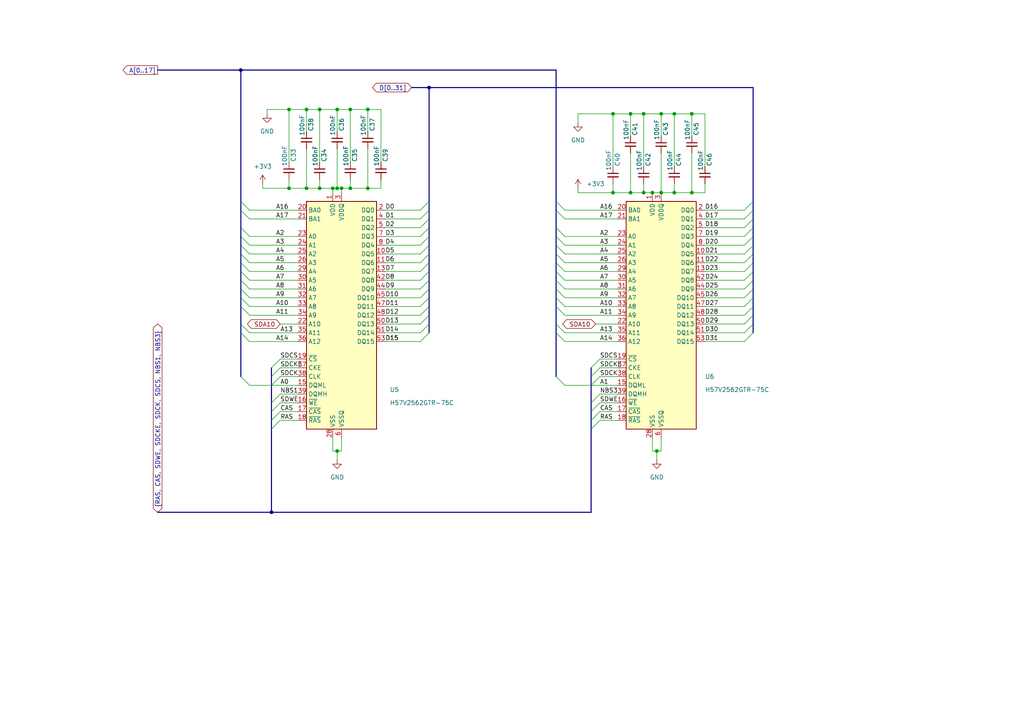
<source format=kicad_sch>
(kicad_sch (version 20230121) (generator eeschema)
  (paper "A4")
  (lib_symbols
    (symbol "Device:C_Small" (pin_numbers hide) (pin_names (offset 0.254) hide)
      (property "Reference" "C" (at 0.254 1.778 0))
      (property "Value" "C_Small" (at 0.254 -2.032 0))
      (symbol "C_Small_0_1"
        (polyline (pts (xy -1.524 -0.508) (xy 1.524 -0.508)) (stroke (width 0.3302)))
        (polyline (pts (xy -1.524 0.508) (xy 1.524 0.508)) (stroke (width 0.3048)))
      )
      (symbol "C_Small_1_1"
        (pin passive line (at 0 2.54 270) (length 2.032) (name "~") (number "1"))
        (pin passive line (at 0 -2.54 90) (length 2.032) (name "~") (number "2"))
      )
    )
    (symbol "GhazanCustom:H57V2562GTR-75C"
      (property "Reference" "U" (at -8.89 34.29 0))
      (property "Value" "H57V2562GTR-75C" (at 8.89 34.29 0))
      (symbol "H57V2562GTR-75C_0_1"
        (rectangle (start -10.16 33.02) (end 10.16 -33.02) (stroke (width 0.254)) (fill (type background)))
      )
      (symbol "H57V2562GTR-75C_1_1"
        (pin power_in line (at -2.54 35.56 270) (length 2.54) (name "VDD") (number "1"))
        (pin bidirectional line (at 12.7 17.78 180) (length 2.54) (name "DQ5") (number "10"))
        (pin bidirectional line (at 12.7 15.24 180) (length 2.54) (name "DQ6") (number "11"))
        (pin passive line (at 0 -35.56 90) (length 2.54) hide (name "VSSQ") (number "12"))
        (pin bidirectional line (at 12.7 12.7 180) (length 2.54) (name "DQ7") (number "13"))
        (pin passive line (at -2.54 35.56 270) (length 2.54) hide (name "VDD") (number "14"))
        (pin input line (at -12.7 -20.32 0) (length 2.54) (name "DQML") (number "15"))
        (pin input line (at -12.7 -25.4 0) (length 2.54) (name "~{WE}") (number "16"))
        (pin input line (at -12.7 -27.94 0) (length 2.54) (name "~{CAS}") (number "17"))
        (pin input line (at -12.7 -30.48 0) (length 2.54) (name "~{RAS}") (number "18"))
        (pin input line (at -12.7 -12.7 0) (length 2.54) (name "~{CS}") (number "19"))
        (pin bidirectional line (at 12.7 30.48 180) (length 2.54) (name "DQ0") (number "2"))
        (pin input line (at -12.7 30.48 0) (length 2.54) (name "BA0") (number "20"))
        (pin input line (at -12.7 27.94 0) (length 2.54) (name "BA1") (number "21"))
        (pin input line (at -12.7 -2.54 0) (length 2.54) (name "A10") (number "22"))
        (pin input line (at -12.7 22.86 0) (length 2.54) (name "A0") (number "23"))
        (pin input line (at -12.7 20.32 0) (length 2.54) (name "A1") (number "24"))
        (pin input line (at -12.7 17.78 0) (length 2.54) (name "A2") (number "25"))
        (pin input line (at -12.7 15.24 0) (length 2.54) (name "A3") (number "26"))
        (pin passive line (at -2.54 35.56 270) (length 2.54) hide (name "VDD") (number "27"))
        (pin power_in line (at -2.54 -35.56 90) (length 2.54) (name "VSS") (number "28"))
        (pin input line (at -12.7 12.7 0) (length 2.54) (name "A4") (number "29"))
        (pin power_in line (at 0 35.56 270) (length 2.54) (name "VDDQ") (number "3"))
        (pin input line (at -12.7 10.16 0) (length 2.54) (name "A5") (number "30"))
        (pin input line (at -12.7 7.62 0) (length 2.54) (name "A6") (number "31"))
        (pin input line (at -12.7 5.08 0) (length 2.54) (name "A7") (number "32"))
        (pin input line (at -12.7 2.54 0) (length 2.54) (name "A8") (number "33"))
        (pin input line (at -12.7 0 0) (length 2.54) (name "A9") (number "34"))
        (pin input line (at -12.7 -5.08 0) (length 2.54) (name "A11") (number "35"))
        (pin input line (at -12.7 -7.62 0) (length 2.54) (name "A12") (number "36"))
        (pin input line (at -12.7 -15.24 0) (length 2.54) (name "CKE") (number "37"))
        (pin input line (at -12.7 -17.78 0) (length 2.54) (name "CLK") (number "38"))
        (pin input line (at -12.7 -22.86 0) (length 2.54) (name "DQMH") (number "39"))
        (pin bidirectional line (at 12.7 27.94 180) (length 2.54) (name "DQ1") (number "4"))
        (pin no_connect line (at 10.16 -20.32 180) (length 2.54) hide (name "NC") (number "40"))
        (pin passive line (at -2.54 -35.56 90) (length 2.54) hide (name "VSS") (number "41"))
        (pin bidirectional line (at 12.7 10.16 180) (length 2.54) (name "DQ8") (number "42"))
        (pin passive line (at 0 35.56 270) (length 2.54) hide (name "VDDQ") (number "43"))
        (pin bidirectional line (at 12.7 7.62 180) (length 2.54) (name "DQ9") (number "44"))
        (pin bidirectional line (at 12.7 5.08 180) (length 2.54) (name "DQ10") (number "45"))
        (pin passive line (at 0 -35.56 90) (length 2.54) hide (name "VSSQ") (number "46"))
        (pin bidirectional line (at 12.7 2.54 180) (length 2.54) (name "DQ11") (number "47"))
        (pin bidirectional line (at 12.7 0 180) (length 2.54) (name "DQ12") (number "48"))
        (pin passive line (at 0 35.56 270) (length 2.54) hide (name "VDDQ") (number "49"))
        (pin bidirectional line (at 12.7 25.4 180) (length 2.54) (name "DQ2") (number "5"))
        (pin bidirectional line (at 12.7 -2.54 180) (length 2.54) (name "DQ13") (number "50"))
        (pin bidirectional line (at 12.7 -5.08 180) (length 2.54) (name "DQ14") (number "51"))
        (pin passive line (at 0 -35.56 90) (length 2.54) hide (name "VSSQ") (number "52"))
        (pin bidirectional line (at 12.7 -7.62 180) (length 2.54) (name "DQ15") (number "53"))
        (pin passive line (at -2.54 -35.56 90) (length 2.54) hide (name "VSS") (number "54"))
        (pin power_in line (at 0 -35.56 90) (length 2.54) (name "VSSQ") (number "6"))
        (pin bidirectional line (at 12.7 22.86 180) (length 2.54) (name "DQ3") (number "7"))
        (pin bidirectional line (at 12.7 20.32 180) (length 2.54) (name "DQ4") (number "8"))
        (pin passive line (at 0 35.56 270) (length 2.54) hide (name "VDDQ") (number "9"))
      )
    )
    (symbol "power:+3V3" (power) (pin_names (offset 0))
      (property "Value" "+3V3" (at 0 3.556 0))
      (symbol "+3V3_0_1"
        (polyline (pts (xy -0.762 1.27) (xy 0 2.54)))
        (polyline (pts (xy 0 0) (xy 0 2.54)))
        (polyline (pts (xy 0 2.54) (xy 0.762 1.27)))
      )
      (symbol "+3V3_1_1"
        (pin power_in line (at 0 0 90) (length 0) hide (name "+3V3") (number "1"))
      )
    )
    (symbol "power:GND" (power) (pin_names (offset 0))
      (property "Value" "GND" (at 0 -3.81 0))
      (symbol "GND_0_1"
        (polyline (pts (xy 0 0) (xy 0 -1.27) (xy 1.27 -1.27) (xy 0 -2.54) (xy -1.27 -1.27) (xy 0 -1.27)))
      )
      (symbol "GND_1_1"
        (pin power_in line (at 0 0 270) (length 0) hide (name "GND") (number "1"))
      )
    )
  )
  (junction (at 97.79 130.81))
  (junction (at 182.88 55.88))
  (junction (at 186.69 55.88))
  (junction (at 99.06 54.61))
  (junction (at 191.77 55.88))
  (junction (at 92.71 54.61))
  (junction (at 191.77 33.02))
  (junction (at 101.6 31.75))
  (junction (at 186.69 33.02))
  (junction (at 124.46 25.4))
  (junction (at 83.82 31.75))
  (junction (at 96.52 54.61))
  (junction (at 106.68 54.61))
  (junction (at 195.58 33.02))
  (junction (at 83.82 54.61))
  (junction (at 200.66 33.02))
  (junction (at 92.71 31.75))
  (junction (at 88.9 54.61))
  (junction (at 189.23 55.88))
  (junction (at 200.66 55.88))
  (junction (at 88.9 31.75))
  (junction (at 177.8 33.02))
  (junction (at 195.58 55.88))
  (junction (at 106.68 31.75))
  (junction (at 190.5 130.81))
  (junction (at 177.8 55.88))
  (junction (at 101.6 54.61))
  (junction (at 182.88 33.02))
  (junction (at 69.85 20.32))
  (junction (at 78.74 148.59))
  (junction (at 97.79 31.75))
  (junction (at 97.79 54.61))
  (bus_entry (at 218.44 86.36) (size -2.54 2.54))
  (bus_entry (at 69.85 58.42) (size 2.54 2.54))
  (bus_entry (at 218.44 68.58) (size -2.54 2.54))
  (bus_entry (at 161.29 88.9) (size 2.54 2.54))
  (bus_entry (at 78.74 124.46) (size 2.54 -2.54))
  (bus_entry (at 171.45 119.38) (size 2.54 -2.54))
  (bus_entry (at 124.46 60.96) (size -2.54 2.54))
  (bus_entry (at 124.46 76.2) (size -2.54 2.54))
  (bus_entry (at 218.44 81.28) (size -2.54 2.54))
  (bus_entry (at 69.85 81.28) (size 2.54 2.54))
  (bus_entry (at 124.46 81.28) (size -2.54 2.54))
  (bus_entry (at 218.44 73.66) (size -2.54 2.54))
  (bus_entry (at 218.44 96.52) (size -2.54 2.54))
  (bus_entry (at 161.29 78.74) (size 2.54 2.54))
  (bus_entry (at 78.74 106.68) (size 2.54 -2.54))
  (bus_entry (at 161.29 68.58) (size 2.54 2.54))
  (bus_entry (at 69.85 86.36) (size 2.54 2.54))
  (bus_entry (at 218.44 88.9) (size -2.54 2.54))
  (bus_entry (at 69.85 71.12) (size 2.54 2.54))
  (bus_entry (at 171.45 111.76) (size 2.54 -2.54))
  (bus_entry (at 69.85 83.82) (size 2.54 2.54))
  (bus_entry (at 124.46 91.44) (size -2.54 2.54))
  (bus_entry (at 124.46 58.42) (size -2.54 2.54))
  (bus_entry (at 218.44 91.44) (size -2.54 2.54))
  (bus_entry (at 124.46 78.74) (size -2.54 2.54))
  (bus_entry (at 69.85 66.04) (size 2.54 2.54))
  (bus_entry (at 124.46 68.58) (size -2.54 2.54))
  (bus_entry (at 218.44 71.12) (size -2.54 2.54))
  (bus_entry (at 161.29 81.28) (size 2.54 2.54))
  (bus_entry (at 161.29 66.04) (size 2.54 2.54))
  (bus_entry (at 124.46 71.12) (size -2.54 2.54))
  (bus_entry (at 218.44 60.96) (size -2.54 2.54))
  (bus_entry (at 218.44 93.98) (size -2.54 2.54))
  (bus_entry (at 161.29 60.96) (size 2.54 2.54))
  (bus_entry (at 78.74 121.92) (size 2.54 -2.54))
  (bus_entry (at 124.46 96.52) (size -2.54 2.54))
  (bus_entry (at 218.44 63.5) (size -2.54 2.54))
  (bus_entry (at 124.46 83.82) (size -2.54 2.54))
  (bus_entry (at 171.45 109.22) (size 2.54 -2.54))
  (bus_entry (at 124.46 88.9) (size -2.54 2.54))
  (bus_entry (at 161.29 109.22) (size 2.54 2.54))
  (bus_entry (at 69.85 96.52) (size 2.54 2.54))
  (bus_entry (at 171.45 124.46) (size 2.54 -2.54))
  (bus_entry (at 124.46 73.66) (size -2.54 2.54))
  (bus_entry (at 69.85 93.98) (size 2.54 2.54))
  (bus_entry (at 161.29 58.42) (size 2.54 2.54))
  (bus_entry (at 161.29 76.2) (size 2.54 2.54))
  (bus_entry (at 161.29 86.36) (size 2.54 2.54))
  (bus_entry (at 69.85 109.22) (size 2.54 2.54))
  (bus_entry (at 218.44 76.2) (size -2.54 2.54))
  (bus_entry (at 161.29 93.98) (size 2.54 2.54))
  (bus_entry (at 171.45 106.68) (size 2.54 -2.54))
  (bus_entry (at 69.85 88.9) (size 2.54 2.54))
  (bus_entry (at 78.74 111.76) (size 2.54 -2.54))
  (bus_entry (at 69.85 60.96) (size 2.54 2.54))
  (bus_entry (at 161.29 96.52) (size 2.54 2.54))
  (bus_entry (at 124.46 93.98) (size -2.54 2.54))
  (bus_entry (at 171.45 116.84) (size 2.54 -2.54))
  (bus_entry (at 161.29 73.66) (size 2.54 2.54))
  (bus_entry (at 124.46 86.36) (size -2.54 2.54))
  (bus_entry (at 78.74 116.84) (size 2.54 -2.54))
  (bus_entry (at 218.44 78.74) (size -2.54 2.54))
  (bus_entry (at 218.44 83.82) (size -2.54 2.54))
  (bus_entry (at 69.85 68.58) (size 2.54 2.54))
  (bus_entry (at 171.45 121.92) (size 2.54 -2.54))
  (bus_entry (at 124.46 63.5) (size -2.54 2.54))
  (bus_entry (at 218.44 58.42) (size -2.54 2.54))
  (bus_entry (at 69.85 73.66) (size 2.54 2.54))
  (bus_entry (at 124.46 66.04) (size -2.54 2.54))
  (bus_entry (at 78.74 119.38) (size 2.54 -2.54))
  (bus_entry (at 161.29 71.12) (size 2.54 2.54))
  (bus_entry (at 218.44 66.04) (size -2.54 2.54))
  (bus_entry (at 69.85 76.2) (size 2.54 2.54))
  (bus_entry (at 161.29 83.82) (size 2.54 2.54))
  (bus_entry (at 78.74 109.22) (size 2.54 -2.54))
  (bus_entry (at 69.85 78.74) (size 2.54 2.54))
  (wire (pts (xy 186.69 53.34) (xy 186.69 55.88)))
  (bus (pts (xy 69.85 60.96) (xy 69.85 66.04)))
  (bus (pts (xy 218.44 88.9) (xy 218.44 91.44)))
  (wire (pts (xy 200.66 33.02) (xy 195.58 33.02)))
  (bus (pts (xy 161.29 78.74) (xy 161.29 81.28)))
  (bus (pts (xy 161.29 83.82) (xy 161.29 86.36)))
  (wire (pts (xy 111.76 86.36) (xy 121.92 86.36)))
  (wire (pts (xy 77.47 31.75) (xy 83.82 31.75)))
  (bus (pts (xy 78.74 106.68) (xy 78.74 109.22)))
  (bus (pts (xy 218.44 86.36) (xy 218.44 88.9)))
  (wire (pts (xy 83.82 52.07) (xy 83.82 54.61)))
  (wire (pts (xy 204.47 83.82) (xy 215.9 83.82)))
  (wire (pts (xy 72.39 63.5) (xy 86.36 63.5)))
  (bus (pts (xy 161.29 88.9) (xy 161.29 93.98)))
  (wire (pts (xy 163.83 99.06) (xy 179.07 99.06)))
  (wire (pts (xy 110.49 52.07) (xy 110.49 54.61)))
  (bus (pts (xy 218.44 76.2) (xy 218.44 78.74)))
  (wire (pts (xy 110.49 31.75) (xy 106.68 31.75)))
  (bus (pts (xy 119.38 25.4) (xy 124.46 25.4)))
  (wire (pts (xy 72.39 71.12) (xy 86.36 71.12)))
  (wire (pts (xy 99.06 54.61) (xy 101.6 54.61)))
  (wire (pts (xy 72.39 68.58) (xy 86.36 68.58)))
  (bus (pts (xy 124.46 73.66) (xy 124.46 76.2)))
  (bus (pts (xy 124.46 93.98) (xy 124.46 96.52)))
  (bus (pts (xy 78.74 109.22) (xy 78.74 111.76)))
  (wire (pts (xy 173.99 104.14) (xy 179.07 104.14)))
  (wire (pts (xy 163.83 111.76) (xy 171.45 111.76)))
  (wire (pts (xy 167.64 54.61) (xy 167.64 55.88)))
  (wire (pts (xy 81.28 116.84) (xy 86.36 116.84)))
  (wire (pts (xy 163.83 60.96) (xy 179.07 60.96)))
  (wire (pts (xy 111.76 73.66) (xy 121.92 73.66)))
  (wire (pts (xy 72.39 111.76) (xy 78.74 111.76)))
  (wire (pts (xy 163.83 63.5) (xy 179.07 63.5)))
  (wire (pts (xy 191.77 127) (xy 191.77 130.81)))
  (wire (pts (xy 111.76 66.04) (xy 121.92 66.04)))
  (bus (pts (xy 45.72 20.32) (xy 69.85 20.32)))
  (bus (pts (xy 69.85 20.32) (xy 161.29 20.32)))
  (wire (pts (xy 96.52 127) (xy 96.52 130.81)))
  (bus (pts (xy 124.46 25.4) (xy 218.44 25.4)))
  (wire (pts (xy 163.83 88.9) (xy 179.07 88.9)))
  (bus (pts (xy 161.29 20.32) (xy 161.29 58.42)))
  (bus (pts (xy 218.44 93.98) (xy 218.44 96.52)))
  (wire (pts (xy 177.8 33.02) (xy 182.88 33.02)))
  (bus (pts (xy 161.29 73.66) (xy 161.29 76.2)))
  (wire (pts (xy 111.76 60.96) (xy 121.92 60.96)))
  (bus (pts (xy 69.85 88.9) (xy 69.85 93.98)))
  (wire (pts (xy 163.83 96.52) (xy 179.07 96.52)))
  (wire (pts (xy 111.76 78.74) (xy 121.92 78.74)))
  (wire (pts (xy 195.58 33.02) (xy 195.58 48.26)))
  (bus (pts (xy 218.44 91.44) (xy 218.44 93.98)))
  (wire (pts (xy 77.47 33.02) (xy 77.47 31.75)))
  (wire (pts (xy 186.69 33.02) (xy 191.77 33.02)))
  (wire (pts (xy 111.76 93.98) (xy 121.92 93.98)))
  (wire (pts (xy 173.99 106.68) (xy 179.07 106.68)))
  (wire (pts (xy 186.69 55.88) (xy 182.88 55.88)))
  (wire (pts (xy 78.74 111.76) (xy 86.36 111.76)))
  (bus (pts (xy 69.85 86.36) (xy 69.85 88.9)))
  (wire (pts (xy 92.71 54.61) (xy 88.9 54.61)))
  (wire (pts (xy 111.76 71.12) (xy 121.92 71.12)))
  (wire (pts (xy 81.28 106.68) (xy 86.36 106.68)))
  (wire (pts (xy 204.47 73.66) (xy 215.9 73.66)))
  (wire (pts (xy 110.49 46.99) (xy 110.49 31.75)))
  (wire (pts (xy 163.83 81.28) (xy 179.07 81.28)))
  (wire (pts (xy 97.79 31.75) (xy 97.79 38.1)))
  (bus (pts (xy 218.44 81.28) (xy 218.44 83.82)))
  (wire (pts (xy 72.39 60.96) (xy 86.36 60.96)))
  (bus (pts (xy 78.74 121.92) (xy 78.74 124.46)))
  (wire (pts (xy 99.06 127) (xy 99.06 130.81)))
  (wire (pts (xy 191.77 33.02) (xy 191.77 39.37)))
  (wire (pts (xy 163.83 68.58) (xy 179.07 68.58)))
  (wire (pts (xy 182.88 33.02) (xy 186.69 33.02)))
  (wire (pts (xy 163.83 76.2) (xy 179.07 76.2)))
  (bus (pts (xy 78.74 116.84) (xy 78.74 119.38)))
  (bus (pts (xy 69.85 66.04) (xy 69.85 68.58)))
  (wire (pts (xy 200.66 55.88) (xy 204.47 55.88)))
  (wire (pts (xy 111.76 68.58) (xy 121.92 68.58)))
  (bus (pts (xy 69.85 68.58) (xy 69.85 71.12)))
  (bus (pts (xy 124.46 83.82) (xy 124.46 86.36)))
  (bus (pts (xy 69.85 96.52) (xy 69.85 109.22)))
  (wire (pts (xy 191.77 33.02) (xy 195.58 33.02)))
  (wire (pts (xy 88.9 31.75) (xy 92.71 31.75)))
  (bus (pts (xy 161.29 86.36) (xy 161.29 88.9)))
  (bus (pts (xy 124.46 88.9) (xy 124.46 91.44)))
  (wire (pts (xy 204.47 53.34) (xy 204.47 55.88)))
  (bus (pts (xy 171.45 116.84) (xy 171.45 119.38)))
  (wire (pts (xy 106.68 31.75) (xy 106.68 38.1)))
  (wire (pts (xy 204.47 68.58) (xy 215.9 68.58)))
  (bus (pts (xy 69.85 78.74) (xy 69.85 81.28)))
  (wire (pts (xy 204.47 63.5) (xy 215.9 63.5)))
  (bus (pts (xy 69.85 93.98) (xy 69.85 96.52)))
  (wire (pts (xy 111.76 63.5) (xy 121.92 63.5)))
  (bus (pts (xy 124.46 58.42) (xy 124.46 60.96)))
  (wire (pts (xy 96.52 54.61) (xy 97.79 54.61)))
  (bus (pts (xy 69.85 20.32) (xy 69.85 58.42)))
  (wire (pts (xy 163.83 73.66) (xy 179.07 73.66)))
  (bus (pts (xy 218.44 73.66) (xy 218.44 76.2)))
  (wire (pts (xy 111.76 76.2) (xy 121.92 76.2)))
  (bus (pts (xy 124.46 86.36) (xy 124.46 88.9)))
  (wire (pts (xy 97.79 43.18) (xy 97.79 54.61)))
  (bus (pts (xy 171.45 109.22) (xy 171.45 111.76)))
  (bus (pts (xy 161.29 93.98) (xy 161.29 96.52)))
  (wire (pts (xy 204.47 66.04) (xy 215.9 66.04)))
  (wire (pts (xy 81.28 114.3) (xy 86.36 114.3)))
  (wire (pts (xy 99.06 54.61) (xy 99.06 55.88)))
  (bus (pts (xy 124.46 78.74) (xy 124.46 81.28)))
  (wire (pts (xy 204.47 60.96) (xy 215.9 60.96)))
  (bus (pts (xy 218.44 83.82) (xy 218.44 86.36)))
  (wire (pts (xy 81.28 121.92) (xy 86.36 121.92)))
  (wire (pts (xy 204.47 76.2) (xy 215.9 76.2)))
  (wire (pts (xy 189.23 55.88) (xy 186.69 55.88)))
  (wire (pts (xy 204.47 99.06) (xy 215.9 99.06)))
  (bus (pts (xy 171.45 124.46) (xy 171.45 148.59)))
  (wire (pts (xy 190.5 130.81) (xy 190.5 133.35)))
  (bus (pts (xy 78.74 111.76) (xy 78.74 116.84)))
  (bus (pts (xy 218.44 25.4) (xy 218.44 58.42)))
  (bus (pts (xy 78.74 119.38) (xy 78.74 121.92)))
  (wire (pts (xy 111.76 91.44) (xy 121.92 91.44)))
  (bus (pts (xy 124.46 63.5) (xy 124.46 66.04)))
  (bus (pts (xy 78.74 124.46) (xy 78.74 148.59)))
  (wire (pts (xy 92.71 31.75) (xy 97.79 31.75)))
  (wire (pts (xy 72.39 96.52) (xy 86.36 96.52)))
  (bus (pts (xy 69.85 81.28) (xy 69.85 83.82)))
  (wire (pts (xy 111.76 99.06) (xy 121.92 99.06)))
  (wire (pts (xy 204.47 96.52) (xy 215.9 96.52)))
  (wire (pts (xy 72.39 86.36) (xy 86.36 86.36)))
  (wire (pts (xy 81.28 109.22) (xy 86.36 109.22)))
  (wire (pts (xy 111.76 83.82) (xy 121.92 83.82)))
  (wire (pts (xy 72.39 88.9) (xy 86.36 88.9)))
  (wire (pts (xy 204.47 88.9) (xy 215.9 88.9)))
  (wire (pts (xy 167.64 35.56) (xy 167.64 33.02)))
  (bus (pts (xy 171.45 106.68) (xy 171.45 109.22)))
  (bus (pts (xy 161.29 68.58) (xy 161.29 71.12)))
  (wire (pts (xy 167.64 55.88) (xy 177.8 55.88)))
  (wire (pts (xy 163.83 91.44) (xy 179.07 91.44)))
  (bus (pts (xy 124.46 71.12) (xy 124.46 73.66)))
  (bus (pts (xy 69.85 73.66) (xy 69.85 76.2)))
  (wire (pts (xy 111.76 81.28) (xy 121.92 81.28)))
  (wire (pts (xy 106.68 54.61) (xy 110.49 54.61)))
  (bus (pts (xy 45.72 148.59) (xy 78.74 148.59)))
  (bus (pts (xy 218.44 71.12) (xy 218.44 73.66)))
  (bus (pts (xy 171.45 121.92) (xy 171.45 124.46)))
  (wire (pts (xy 81.28 104.14) (xy 86.36 104.14)))
  (wire (pts (xy 189.23 127) (xy 189.23 130.81)))
  (wire (pts (xy 163.83 86.36) (xy 179.07 86.36)))
  (wire (pts (xy 177.8 48.26) (xy 177.8 33.02)))
  (wire (pts (xy 204.47 78.74) (xy 215.9 78.74)))
  (bus (pts (xy 161.29 81.28) (xy 161.29 83.82)))
  (bus (pts (xy 161.29 58.42) (xy 161.29 60.96)))
  (bus (pts (xy 69.85 71.12) (xy 69.85 73.66)))
  (bus (pts (xy 161.29 96.52) (xy 161.29 109.22)))
  (wire (pts (xy 163.83 71.12) (xy 179.07 71.12)))
  (wire (pts (xy 96.52 55.88) (xy 96.52 54.61)))
  (wire (pts (xy 182.88 33.02) (xy 182.88 39.37)))
  (wire (pts (xy 191.77 44.45) (xy 191.77 55.88)))
  (wire (pts (xy 106.68 43.18) (xy 106.68 54.61)))
  (wire (pts (xy 173.99 116.84) (xy 179.07 116.84)))
  (bus (pts (xy 171.45 111.76) (xy 171.45 116.84)))
  (wire (pts (xy 204.47 91.44) (xy 215.9 91.44)))
  (bus (pts (xy 218.44 78.74) (xy 218.44 81.28)))
  (wire (pts (xy 97.79 130.81) (xy 99.06 130.81)))
  (bus (pts (xy 124.46 91.44) (xy 124.46 93.98)))
  (bus (pts (xy 161.29 76.2) (xy 161.29 78.74)))
  (wire (pts (xy 97.79 31.75) (xy 101.6 31.75)))
  (wire (pts (xy 204.47 48.26) (xy 204.47 33.02)))
  (wire (pts (xy 88.9 43.18) (xy 88.9 54.61)))
  (wire (pts (xy 83.82 31.75) (xy 88.9 31.75)))
  (wire (pts (xy 173.99 121.92) (xy 179.07 121.92)))
  (wire (pts (xy 81.28 93.98) (xy 86.36 93.98)))
  (wire (pts (xy 191.77 55.88) (xy 195.58 55.88)))
  (wire (pts (xy 195.58 53.34) (xy 195.58 55.88)))
  (bus (pts (xy 124.46 81.28) (xy 124.46 83.82)))
  (bus (pts (xy 69.85 83.82) (xy 69.85 86.36)))
  (bus (pts (xy 124.46 66.04) (xy 124.46 68.58)))
  (wire (pts (xy 173.99 109.22) (xy 179.07 109.22)))
  (bus (pts (xy 78.74 148.59) (xy 171.45 148.59)))
  (bus (pts (xy 218.44 58.42) (xy 218.44 60.96)))
  (wire (pts (xy 72.39 78.74) (xy 86.36 78.74)))
  (bus (pts (xy 124.46 60.96) (xy 124.46 63.5)))
  (wire (pts (xy 177.8 53.34) (xy 177.8 55.88)))
  (wire (pts (xy 72.39 81.28) (xy 86.36 81.28)))
  (wire (pts (xy 167.64 33.02) (xy 177.8 33.02)))
  (wire (pts (xy 200.66 33.02) (xy 200.66 39.37)))
  (wire (pts (xy 92.71 52.07) (xy 92.71 54.61)))
  (wire (pts (xy 182.88 55.88) (xy 177.8 55.88)))
  (wire (pts (xy 173.99 119.38) (xy 179.07 119.38)))
  (wire (pts (xy 81.28 119.38) (xy 86.36 119.38)))
  (wire (pts (xy 171.45 111.76) (xy 179.07 111.76)))
  (bus (pts (xy 218.44 60.96) (xy 218.44 63.5)))
  (wire (pts (xy 72.39 76.2) (xy 86.36 76.2)))
  (wire (pts (xy 88.9 31.75) (xy 88.9 38.1)))
  (wire (pts (xy 111.76 88.9) (xy 121.92 88.9)))
  (wire (pts (xy 189.23 55.88) (xy 191.77 55.88)))
  (wire (pts (xy 83.82 46.99) (xy 83.82 31.75)))
  (bus (pts (xy 161.29 71.12) (xy 161.29 73.66)))
  (wire (pts (xy 88.9 54.61) (xy 83.82 54.61)))
  (bus (pts (xy 161.29 60.96) (xy 161.29 66.04)))
  (wire (pts (xy 163.83 78.74) (xy 179.07 78.74)))
  (wire (pts (xy 96.52 130.81) (xy 97.79 130.81)))
  (wire (pts (xy 106.68 31.75) (xy 101.6 31.75)))
  (wire (pts (xy 173.99 114.3) (xy 179.07 114.3)))
  (wire (pts (xy 111.76 96.52) (xy 121.92 96.52)))
  (wire (pts (xy 92.71 31.75) (xy 92.71 46.99)))
  (wire (pts (xy 204.47 81.28) (xy 215.9 81.28)))
  (bus (pts (xy 124.46 76.2) (xy 124.46 78.74)))
  (bus (pts (xy 69.85 58.42) (xy 69.85 60.96)))
  (wire (pts (xy 97.79 130.81) (xy 97.79 133.35)))
  (wire (pts (xy 76.2 54.61) (xy 83.82 54.61)))
  (wire (pts (xy 186.69 33.02) (xy 186.69 48.26)))
  (bus (pts (xy 171.45 119.38) (xy 171.45 121.92)))
  (bus (pts (xy 124.46 68.58) (xy 124.46 71.12)))
  (wire (pts (xy 72.39 91.44) (xy 86.36 91.44)))
  (wire (pts (xy 101.6 54.61) (xy 106.68 54.61)))
  (wire (pts (xy 200.66 44.45) (xy 200.66 55.88)))
  (wire (pts (xy 76.2 53.34) (xy 76.2 54.61)))
  (bus (pts (xy 218.44 66.04) (xy 218.44 68.58)))
  (bus (pts (xy 124.46 25.4) (xy 124.46 58.42)))
  (bus (pts (xy 69.85 76.2) (xy 69.85 78.74)))
  (wire (pts (xy 101.6 31.75) (xy 101.6 46.99)))
  (wire (pts (xy 101.6 52.07) (xy 101.6 54.61)))
  (wire (pts (xy 72.39 83.82) (xy 86.36 83.82)))
  (wire (pts (xy 72.39 73.66) (xy 86.36 73.66)))
  (wire (pts (xy 189.23 130.81) (xy 190.5 130.81)))
  (wire (pts (xy 97.79 54.61) (xy 99.06 54.61)))
  (wire (pts (xy 163.83 83.82) (xy 179.07 83.82)))
  (bus (pts (xy 161.29 66.04) (xy 161.29 68.58)))
  (wire (pts (xy 72.39 99.06) (xy 86.36 99.06)))
  (wire (pts (xy 204.47 71.12) (xy 215.9 71.12)))
  (bus (pts (xy 218.44 63.5) (xy 218.44 66.04)))
  (wire (pts (xy 204.47 93.98) (xy 215.9 93.98)))
  (wire (pts (xy 182.88 44.45) (xy 182.88 55.88)))
  (wire (pts (xy 190.5 130.81) (xy 191.77 130.81)))
  (wire (pts (xy 96.52 54.61) (xy 92.71 54.61)))
  (bus (pts (xy 218.44 68.58) (xy 218.44 71.12)))
  (wire (pts (xy 195.58 55.88) (xy 200.66 55.88)))
  (wire (pts (xy 204.47 86.36) (xy 215.9 86.36)))
  (wire (pts (xy 172.72 93.98) (xy 179.07 93.98)))
  (wire (pts (xy 204.47 33.02) (xy 200.66 33.02)))
  (label "D12" (at 111.76 91.44 0))
  (label "A0" (at 81.28 111.76 0))
  (label "SDCS" (at 173.99 104.14 0))
  (label "A16" (at 80.01 60.96 0))
  (label "A4" (at 173.99 73.66 0))
  (label "D3" (at 111.76 68.58 0))
  (label "D18" (at 204.47 66.04 0))
  (label "D15" (at 111.76 99.06 0))
  (label "A5" (at 80.01 76.2 0))
  (label "D28" (at 204.47 91.44 0))
  (label "CAS" (at 173.99 119.38 0))
  (label "D20" (at 204.47 71.12 0))
  (label "A17" (at 80.01 63.5 0))
  (label "A11" (at 80.01 91.44 0))
  (label "D2" (at 111.76 66.04 0))
  (label "SDCKE" (at 81.28 106.68 0))
  (label "A14" (at 80.01 99.06 0))
  (label "A17" (at 173.99 63.5 0))
  (label "D15" (at 111.76 99.06 0))
  (label "SDCK" (at 81.28 109.22 0))
  (label "A2" (at 173.99 68.58 0))
  (label "A6" (at 173.99 78.74 0))
  (label "D7" (at 111.76 78.74 0))
  (label "A9" (at 173.99 86.36 0))
  (label "D30" (at 204.47 96.52 0))
  (label "A3" (at 80.01 71.12 0))
  (label "A13" (at 173.99 96.52 0))
  (label "SDCKE" (at 173.99 106.68 0))
  (label "D5" (at 111.76 73.66 0))
  (label "A8" (at 173.99 83.82 0))
  (label "A2" (at 80.01 68.58 0))
  (label "A11" (at 173.99 91.44 0))
  (label "A1" (at 173.99 111.76 0))
  (label "D26" (at 204.47 86.36 0))
  (label "A6" (at 80.01 78.74 0))
  (label "A5" (at 173.99 76.2 0))
  (label "NBS1" (at 81.28 114.3 0))
  (label "D23" (at 204.47 78.74 0))
  (label "A7" (at 173.99 81.28 0))
  (label "D31" (at 204.47 99.06 0))
  (label "D17" (at 204.47 63.5 0))
  (label "D29" (at 204.47 93.98 0))
  (label "D21" (at 204.47 73.66 0))
  (label "D25" (at 204.47 83.82 0))
  (label "A10" (at 80.01 88.9 0))
  (label "SDCK" (at 173.99 109.22 0))
  (label "D22" (at 204.47 76.2 0))
  (label "A16" (at 173.99 60.96 0))
  (label "RAS" (at 81.28 121.92 0))
  (label "A4" (at 80.01 73.66 0))
  (label "A9" (at 80.01 86.36 0))
  (label "RAS" (at 173.99 121.92 0))
  (label "NBS3" (at 173.99 114.3 0))
  (label "D4" (at 111.76 71.12 0))
  (label "SDCS" (at 81.28 104.14 0))
  (label "D19" (at 204.47 68.58 0))
  (label "D0" (at 111.76 60.96 0))
  (label "D6" (at 111.76 76.2 0))
  (label "A13" (at 81.28 96.52 0))
  (label "A10" (at 173.99 88.9 0))
  (label "D13" (at 111.76 93.98 0))
  (label "A14" (at 173.99 99.06 0))
  (label "CAS" (at 81.28 119.38 0))
  (label "D16" (at 204.47 60.96 0))
  (label "SDWE" (at 173.99 116.84 0))
  (label "D8" (at 111.76 81.28 0))
  (label "A7" (at 80.01 81.28 0))
  (label "A3" (at 173.99 71.12 0))
  (label "A8" (at 80.01 83.82 0))
  (label "D9" (at 111.76 83.82 0))
  (label "D27" (at 204.47 88.9 0))
  (label "SDWE" (at 81.28 116.84 0))
  (label "D24" (at 204.47 81.28 0))
  (label "D1" (at 111.76 63.5 0))
  (label "D11" (at 111.76 88.9 0))
  (label "D10" (at 111.76 86.36 0))
  (label "D14" (at 111.76 96.52 0))
  (global_label "SDA10" (shape bidirectional) (at 81.28 93.98 180) (property "Intersheetrefs" "${INTERSHEET_REFS}" (effects hide)))
  (global_label "D[0..31]" (shape bidirectional) (at 119.38 25.4 180) (property "Intersheetrefs" "${INTERSHEET_REFS}" (effects hide)))
  (global_label "A[0..17]" (shape output) (at 45.72 20.32 180) (property "Intersheetrefs" "${INTERSHEET_REFS}" (effects hide)))
  (global_label "SDA10" (shape bidirectional) (at 172.72 93.98 180) (property "Intersheetrefs" "${INTERSHEET_REFS}" (effects hide)))
  (global_label "{RAS, CAS, SDWE, SDCKE, SDCK, SDCS, NBS1, NBS3}" (shape bidirectional) (at 45.72 148.59 90) (property "Intersheetrefs" "${INTERSHEET_REFS}" (effects hide)))
  (symbol (lib_id "Device:C_Small") (at 195.58 50.8 0) (unit 1)
    (property "Reference" "C44" (at 196.85 48.26 90) (effects (justify left)))
    (property "Value" "100nF" (at 194.31 49.53 90) (effects (justify left)))
    (property "Footprint" "Capacitor_SMD:C_0805_2012Metric" (effects hide))
  )
  (symbol (lib_id "Device:C_Small") (at 177.8 50.8 0) (unit 1)
    (property "Reference" "C40" (at 179.07 48.26 90) (effects (justify left)))
    (property "Value" "100nF" (at 176.53 49.53 90) (effects (justify left)))
    (property "Footprint" "Capacitor_SMD:C_0805_2012Metric" (effects hide))
  )
  (symbol (lib_id "Device:C_Small") (at 204.47 50.8 0) (unit 1)
    (property "Reference" "C46" (at 205.74 48.26 90) (effects (justify left)))
    (property "Value" "100nF" (at 203.2 49.53 90) (effects (justify left)))
    (property "Footprint" "Capacitor_SMD:C_0805_2012Metric" (effects hide))
  )
  (symbol (lib_id "power:+3V3") (at 167.64 54.61 0) (unit 1)
    (property "Reference" "#PWR026" (effects hide))
    (property "Value" "+3V3" (at 172.72 53.34 0))
  )
  (symbol (lib_id "power:GND") (at 190.5 133.35 0) (unit 1)
    (property "Reference" "#PWR025" (effects hide))
    (property "Value" "GND" (at 190.5 138.43 0))
  )
  (symbol (lib_id "power:GND") (at 77.47 33.02 0) (unit 1)
    (property "Reference" "#PWR023" (effects hide))
    (property "Value" "GND" (at 77.47 38.1 0))
  )
  (symbol (lib_id "power:GND") (at 167.64 35.56 0) (unit 1)
    (property "Reference" "#PWR027" (effects hide))
    (property "Value" "GND" (at 167.64 40.64 0))
  )
  (symbol (lib_id "Device:C_Small") (at 83.82 49.53 0) (unit 1)
    (property "Reference" "C33" (at 85.09 46.99 90) (effects (justify left)))
    (property "Value" "100nF" (at 82.55 48.26 90) (effects (justify left)))
    (property "Footprint" "Capacitor_SMD:C_0805_2012Metric" (effects hide))
  )
  (symbol (lib_id "Device:C_Small") (at 110.49 49.53 0) (unit 1)
    (property "Reference" "C39" (at 111.76 46.99 90) (effects (justify left)))
    (property "Value" "100nF" (at 109.22 48.26 90) (effects (justify left)))
    (property "Footprint" "Capacitor_SMD:C_0805_2012Metric" (effects hide))
  )
  (symbol (lib_id "Device:C_Small") (at 92.71 49.53 0) (unit 1)
    (property "Reference" "C34" (at 93.98 46.99 90) (effects (justify left)))
    (property "Value" "100nF" (at 91.44 48.26 90) (effects (justify left)))
    (property "Footprint" "Capacitor_SMD:C_0805_2012Metric" (effects hide))
  )
  (symbol (lib_id "Device:C_Small") (at 106.68 40.64 0) (unit 1)
    (property "Reference" "C37" (at 107.95 38.1 90) (effects (justify left)))
    (property "Value" "100nF" (at 105.41 39.37 90) (effects (justify left)))
    (property "Footprint" "Capacitor_SMD:C_0805_2012Metric" (effects hide))
  )
  (symbol (lib_id "Device:C_Small") (at 101.6 49.53 0) (unit 1)
    (property "Reference" "C35" (at 102.87 46.99 90) (effects (justify left)))
    (property "Value" "100nF" (at 100.33 48.26 90) (effects (justify left)))
    (property "Footprint" "Capacitor_SMD:C_0805_2012Metric" (effects hide))
  )
  (symbol (lib_id "Device:C_Small") (at 88.9 40.64 0) (unit 1)
    (property "Reference" "C38" (at 90.17 38.1 90) (effects (justify left)))
    (property "Value" "100nF" (at 87.63 39.37 90) (effects (justify left)))
    (property "Footprint" "Capacitor_SMD:C_0805_2012Metric" (effects hide))
  )
  (symbol (lib_id "GhazanCustom:H57V2562GTR-75C") (at 191.77 91.44 0) (unit 1)
    (property "Reference" "U6" (at 204.47 109.22 0) (effects (justify left)))
    (property "Value" "H57V2562GTR-75C" (at 204.47 113.03 0) (effects (justify left)))
    (property "Footprint" "Package_SO:TSOP-II-54_22.2x10.16mm_P0.8mm" (effects hide))
  )
  (symbol (lib_id "GhazanCustom:H57V2562GTR-75C") (at 99.06 91.44 0) (unit 1)
    (property "Reference" "U5" (at 113.03 113.03 0) (effects (justify left)))
    (property "Value" "H57V2562GTR-75C" (at 113.03 116.84 0) (effects (justify left)))
    (property "Footprint" "Package_SO:TSOP-II-54_22.2x10.16mm_P0.8mm" (effects hide))
  )
  (symbol (lib_id "power:GND") (at 97.79 133.35 0) (unit 1)
    (property "Reference" "#PWR024" (effects hide))
    (property "Value" "GND" (at 97.79 138.43 0))
  )
  (symbol (lib_id "power:+3V3") (at 76.2 53.34 0) (unit 1)
    (property "Reference" "#PWR022" (effects hide))
    (property "Value" "+3V3" (at 76.2 48.26 0))
  )
  (symbol (lib_id "Device:C_Small") (at 200.66 41.91 0) (unit 1)
    (property "Reference" "C45" (at 201.93 39.37 90) (effects (justify left)))
    (property "Value" "100nF" (at 199.39 40.64 90) (effects (justify left)))
    (property "Footprint" "Capacitor_SMD:C_0805_2012Metric" (effects hide))
  )
  (symbol (lib_id "Device:C_Small") (at 191.77 41.91 0) (unit 1)
    (property "Reference" "C43" (at 193.04 39.37 90) (effects (justify left)))
    (property "Value" "100nF" (at 190.5 40.64 90) (effects (justify left)))
    (property "Footprint" "Capacitor_SMD:C_0805_2012Metric" (effects hide))
  )
  (symbol (lib_id "Device:C_Small") (at 182.88 41.91 0) (unit 1)
    (property "Reference" "C41" (at 184.15 39.37 90) (effects (justify left)))
    (property "Value" "100nF" (at 181.61 40.64 90) (effects (justify left)))
    (property "Footprint" "Capacitor_SMD:C_0805_2012Metric" (effects hide))
  )
  (symbol (lib_id "Device:C_Small") (at 186.69 50.8 0) (unit 1)
    (property "Reference" "C42" (at 187.96 48.26 90) (effects (justify left)))
    (property "Value" "100nF" (at 185.42 49.53 90) (effects (justify left)))
    (property "Footprint" "Capacitor_SMD:C_0805_2012Metric" (effects hide))
  )
  (symbol (lib_id "Device:C_Small") (at 97.79 40.64 0) (unit 1)
    (property "Reference" "C36" (at 99.06 38.1 90) (effects (justify left)))
    (property "Value" "100nF" (at 96.52 39.37 90) (effects (justify left)))
    (property "Footprint" "Capacitor_SMD:C_0805_2012Metric" (effects hide))
  )
)
</source>
